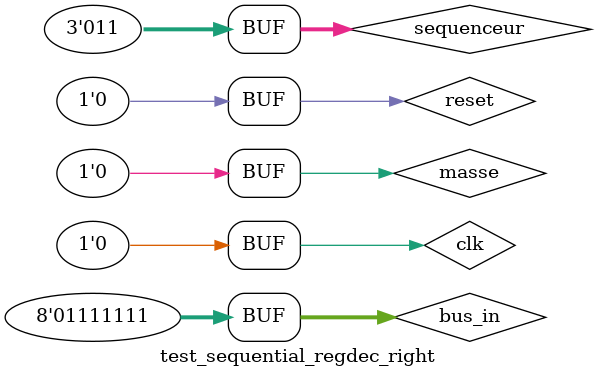
<source format=v>
module test_sequential_regdec_right;
   reg [2:0] sequenceur;
   reg [7:0] bus_in;
   reg 	     clk, reset;
   wire [7:0] bus_out;
   supply0   masse;

   sequential_regdec_right tester(sequenceur, bus_in, masse, clk, reset, bus_out);
   initial
     begin
	$dumpfile("build/memory/signal/signal_test_sequential_regdec.vcd");
	$dumpvars;
	$display("\t\ttime,\tsequenceur,\tbus_in,\t\tclk,\treset,\tbus_out");
	$monitor("%d\t%d\t\t%d\t\t%b\t%d\t%d", $time, sequenceur, bus_in[7:0], clk, reset, bus_out[7:0]);
	sequenceur = 0;
	bus_in = 127;
	clk = 0;
	reset = 1;
	#100;
	reset = 0;
	clk = 1;
	#100;
	clk = 0;
	sequenceur = 1;
	#100;
	clk = 1;
	#100;
	clk = 0;
	sequenceur = 2;
	#100;
	clk = 1;
	#100;
	clk = 0;
	sequenceur = 3;
	#100;
	clk = 1;
	#100;
	clk = 0;
     end
endmodule // test_sequential_regdec

</source>
